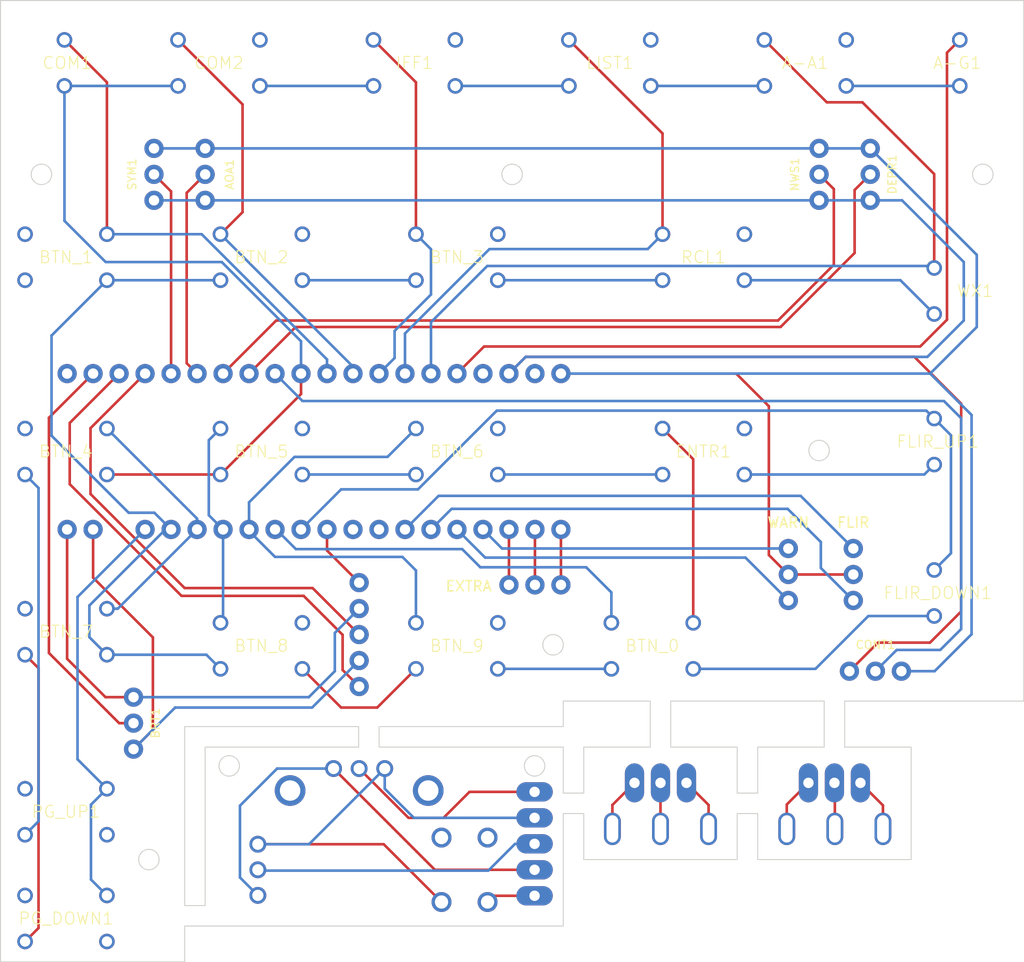
<source format=kicad_pcb>
(kicad_pcb (version 20221018) (generator pcbnew)
  (layers (0 "F.Cu" signal) (31 "B.Cu" signal) (34 "B.Paste" user) (35 "F.Paste" user) (36 "B.SilkS" user "B.Silkscreen") (37 "F.SilkS" user "F.Silkscreen") (38 "B.Mask" user) (39 "F.Mask" user) (44 "Edge.Cuts" user))
  (net 0 "")
  (net 1 "/R1")
  (net 2 "/BTN_5")
  (net 3 "/BTN_6")
  (net 4 "/BTN_1")
  (net 5 "/BTN_2")
  (net 6 "/BTN_3")
  (net 7 "/BTN_4")
  (net 8 "/GND")
  (net 9 "/DED_H")
  (net 10 "/+5V")
  (net 11 "/DED_V")
  (net 12 "/FLIR_SWITCH_UP")
  (net 13 "/FLIR_SWITCH_DOWN")
  (net 14 "/WARN_SWITCH_UP")
  (net 15 "/WARN_SWITCH_DOWN")
  (net 16 "/AOA")
  (net 17 "/BRT")
  (net 18 "/CONT")
  (net 19 "/DEPR")
  (net 20 "/NWS")
  (net 21 "/SYM")
  (net 22 "/DED_BTN")
  (net 23 "/BTN_10")
  (net 24 "/R2")
  (net 25 "/BTN_7")
  (net 28 "/BTN_8")
  (net 29 "/BTN_9")
  (net 30 "/BTN_11")
  (net 31 "/BTN_12")
  (net 32 "Net-(BLUE_PILL1-PadB12)")
  (net 33 "Net-(BLUE_PILL1-PadB13)")
  (net 34 "Net-(BLUE_PILL1-PadB14)")
  (net 37 "/DED_BTN1")
  (net 53 "Net-(A-A1-PadA2)")
  (net 54 "Net-(A-A1-PadB2)")
  (net 55 "Net-(COM2-PadB2)")
  (net 56 "Net-(IFF1-PadB2)")
  (net 57 "Net-(BTN_2-PadB2)")
  (net 58 "Net-(BTN_3-PadB2)")
  (net 59 "Net-(RCL1-PadB2)")
  (net 60 "Net-(BTN_5-PadB2)")
  (net 61 "Net-(BTN_6-PadB2)")
  (net 62 "Net-(BTN_4-PadA2)")
  (net 64 "Net-(ENTR1-PadB2)")
  (net 65 "Net-(BTN_0-PadA2)")
  (net 66 "Net-(BTN_8-PadB2)")
  (net 68 "Net-(BTN_0-PadB1)")
  (net 71 "Net-(BTN_0-PadB2)")
  (net 77 "/GND1")
  (net 78 "/DED_V1")
  (net 79 "/+5V1")
  (net 80 "/DED_H1")
  (net 81 "/+5V_0")
  (net 82 "/GND_0")
  (net 83 "Net-(BTN_7-PadA2)")
  (net 85 "Net-(FLIR_CONNECTOR1-Pad0)")
  (net 86 "Net-(FLIR_CONNECTOR1-Pad1)")
  (net 87 "Net-(FLIR_CONNECTOR1-Pad2)")
  (net 88 "Net-(WARN_CONNECTOR2-Pad0)")
  (net 89 "Net-(WARN_CONNECTOR2-Pad1)")
  (net 90 "Net-(WARN_CONNECTOR2-Pad2)")
  (footprint "0_Library:3_PIN_CONNECTOR_1" (layer "F.Cu") (at 74.5 79.5 90)
    (fp_text reference "WARN_CONNECTOR2" hide)
    (fp_text value "3_Pins_Connector" hide)
  )
  (footprint "0_Library:PUSH_BUTTON_G77" (layer "F.Cu") (at 105.252 46.1264)
    (fp_text reference "FLIR_UP1")
    (fp_text value "G77" hide)
  )
  (footprint "0_Library:PUSH_BUTTON_G77" (layer "F.Cu") (at 12.25 9.1)
    (fp_text reference "COM1")
    (fp_text value "G77" hide)
  )
  (footprint "0_Library:PUSH_BUTTON_G77" (layer "F.Cu") (at 105.25 31.402)
    (fp_text reference "WX1")
    (fp_text value "G77" hide)
  )
  (footprint "0_Library:PUSH_BUTTON_G77" (layer "F.Cu") (at 107.75 9.1)
    (fp_text reference "A-G1")
    (fp_text value "G77" hide)
  )
  (footprint "0_Library:PUSH_BUTTON_G77" (layer "F.Cu") (at 16.4 28.1)
    (fp_text reference "BTN_1")
    (fp_text value "G77" hide)
  )
  (footprint "0_Library:PUSH_BUTTON_G77" (layer "F.Cu") (at 69.55 9.1)
    (fp_text reference "LIST1")
    (fp_text value "G77" hide)
  )
  (footprint "0_Library:PUSH_BUTTON_G77" (layer "F.Cu") (at 88.65 9.1)
    (fp_text reference "A-A1")
    (fp_text value "G77" hide)
  )
  (footprint "0_Library:PUSH_BUTTON_G77" (layer "F.Cu") (at 105.252 60.9346)
    (fp_text reference "FLIR_DOWN1")
    (fp_text value "G77" hide)
  )
  (footprint "0_Library:PUSH_BUTTON_G77" (layer "F.Cu") (at 16.4 64.7192)
    (fp_text reference "BTN_7")
    (fp_text value "G77" hide)
  )
  (footprint "0_Library:PUSH_BUTTON_G77" (layer "F.Cu") (at 54.6 47.1)
    (fp_text reference "BTN_6")
    (fp_text value "G77" hide)
  )
  (footprint "0_Library:PUSH_BUTTON_G77" (layer "F.Cu") (at 16.4 92.7608)
    (fp_text reference "PG_DOWN1")
    (fp_text value "G77" hide)
  )
  (footprint "0_Library:PUSH_BUTTON_G77" (layer "F.Cu") (at 35.5 28.1)
    (fp_text reference "BTN_2")
    (fp_text value "G77" hide)
  )
  (footprint "0_Library:PUSH_BUTTON_G77" (layer "F.Cu") (at 16.4 47.1)
    (fp_text reference "BTN_4")
    (fp_text value "G77" hide)
  )
  (footprint "0_Library:PUSH_BUTTON_G77" (layer "F.Cu") (at 31.35 9.1)
    (fp_text reference "COM2")
    (fp_text value "G77" hide)
  )
  (footprint "0_Library:PUSH_BUTTON_G77" (layer "F.Cu") (at 50.45 9.1)
    (fp_text reference "IFF1")
    (fp_text value "G77" hide)
  )
  (footprint "0_Library:TOGGLE_SWITCH_SPDT_6MM" (layer "F.Cu") (at 74.5 84 90)
    (fp_text reference "WARN_SWITCH1" hide)
    (fp_text value "SPDT_6MM" hide)
  )
  (footprint "0_Library:5_PIN_CONNECTOR_1" (layer "F.Cu") (at 62.195 85.46 180)
    (fp_text reference "DED_Connector2" hide)
    (fp_text value "3_Pins_Connector" hide)
  )
  (footprint "0_Library:3_PIN_CONNECTOR_1" (layer "F.Cu") (at 91.5 79.5 -90)
    (fp_text reference "FLIR_CONNECTOR1" hide)
    (fp_text value "3_Pins_Connector" hide)
  )
  (footprint "0_Library:PUSH_BUTTON_G77" (layer "F.Cu") (at 73.7 66.1)
    (fp_text reference "BTN_0")
    (fp_text value "G77" hide)
  )
  (footprint "0_Library:PUSH_BUTTON_G77" (layer "F.Cu") (at 78.7 47.1)
    (fp_text reference "ENTR1")
    (fp_text value "G77" hide)
  )
  (footprint "0_Library:PUSH_BUTTON_G77" (layer "F.Cu") (at 35.5 47.1)
    (fp_text reference "BTN_5")
    (fp_text value "G77" hide)
  )
  (footprint "0_Library:PUSH_BUTTON_G77" (layer "F.Cu") (at 54.6 28.1)
    (fp_text reference "BTN_3")
    (fp_text value "G77" hide)
  )
  (footprint "0_Library:THUMBSTICK_XBOX360" (layer "F.Cu") (at 45.05 88 90)
    (fp_text reference "DED1" hide)
    (fp_text value "THUBMSTICK_XBOX360" hide)
  )
  (footprint "0_Library:PUSH_BUTTON_G77" (layer "F.Cu") (at 16.4 82.3214)
    (fp_text reference "PG_UP1")
    (fp_text value "G77" hide)
  )
  (footprint "0_Library:PUSH_BUTTON_G77" (layer "F.Cu") (at 78.7 28.1)
    (fp_text reference "RCL1")
    (fp_text value "G77" hide)
  )
  (footprint "0_Library:PUSH_BUTTON_G77" (layer "F.Cu") (at 54.6 66.1)
    (fp_text reference "BTN_9")
    (fp_text value "G77" hide)
  )
  (footprint "0_Library:PUSH_BUTTON_G77" (layer "F.Cu") (at 35.5 66.1)
    (fp_text reference "BTN_8")
    (fp_text value "G77" hide)
  )
  (footprint "0_Library:TOGGLE_SWITCH_SPDT_6MM" (layer "F.Cu") (at 91.54 84 -90)
    (fp_text reference "FLIR_SWITCH1" hide)
    (fp_text value "SPDT_6MM" hide)
  )
  (footprint "0_Library:3_PIN_CONNECTOR" (layer "B.Cu") (at 62.23 60.141 -90)
    (fp_text reference "EXTRA_Connector1" hide)
    (fp_text value "3_Pin_Connector" hide)
  )
  (footprint "0_Library:3_PIN_CONNECTOR" (layer "B.Cu") (at 95.504 68.58 90)
    (fp_text reference "CONT1")
    (fp_text value "POT_ROTARY_WH148" hide)
  )
  (footprint "0_Library:3_PIN_CONNECTOR" (layer "B.Cu") (at 25 20 180)
    (fp_text reference "SYM1")
    (fp_text value "POT_ROTARY_WH148" hide)
  )
  (footprint "0_Library:5_PIN_CONNECTOR" (layer "B.Cu") (at 45.05 65 180)
    (fp_text reference "DED_Connector1" hide)
    (fp_text value "3_Pins_Connector" hide)
  )
  (footprint "0_Library:3_PIN_CONNECTOR" (layer "B.Cu") (at 86.995 59.125 180)
    (fp_text reference "WARN_Connector0" hide)
    (fp_text value "3_Pin_Connector" hide)
  )
  (footprint "0_Library:3_PIN_CONNECTOR" (layer "B.Cu") (at 93.345 59.125)
    (fp_text reference "FLIR_Connector0" hide)
    (fp_text value "3_Pin_Connector" hide)
  )
  (footprint "0_Library:3_PIN_CONNECTOR" (layer "B.Cu") (at 23 73.66)
    (fp_text reference "BRT1")
    (fp_text value "POT_ROTARY_WH148" hide)
  )
  (footprint "0_Library:3_PIN_CONNECTOR" (layer "B.Cu") (at 30 20 180)
    (fp_text reference "AOA1")
    (fp_text value "POT_ROTARY_WH148" hide)
  )
  (footprint "0_Library:3_PIN_CONNECTOR" (layer "B.Cu") (at 95 20 180)
    (fp_text reference "DEPR1")
    (fp_text value "POT_ROTARY_WH148" hide)
  )
  (footprint "0_Library:3_PIN_CONNECTOR" (layer "B.Cu") (at 90 20 180)
    (fp_text reference "NWS1")
    (fp_text value "POT_ROTARY_WH148" hide)
  )
  (footprint "0_Library:STM32F103C8T6_BLUE_PILL" (layer "B.Cu") (at 40.64 47.1 90)
    (fp_text reference "BLUE_PILL1" hide)
    (fp_text value "STM32F103C8T6" hide)
  )
  (gr_line (start 30 76) (end 45 76) (stroke (width 0.1)) (layer "Edge.Cuts"))
  (gr_line locked (start 28 93.5) (end 65 93.5) (stroke (width 0.1)) (layer "Edge.Cuts"))
  (gr_circle locked (center 14 20) (end 15 20) (stroke (width 0.1)) (fill none) (layer "Edge.Cuts"))
  (gr_circle locked (center 106 20) (end 107 20) (stroke (width 0.1)) (fill none) (layer "Edge.Cuts"))
  (gr_line (start 75.5 71.5) (end 90.5 71.5) (stroke (width 0.1)) (layer "Edge.Cuts"))
  (gr_circle locked (center 64 66) (end 65 66) (stroke (width 0.1)) (fill none) (layer "Edge.Cuts"))
  (gr_circle locked (center 60 20) (end 61 20) (stroke (width 0.1)) (fill none) (layer "Edge.Cuts"))
  (gr_line locked (start 10 97) (end 28 97) (stroke (width 0.1)) (layer "Edge.Cuts"))
  (gr_line (start 84 80.5) (end 82 80.5) (stroke (width 0.1)) (layer "Edge.Cuts"))
  (gr_line locked (start 67 87) (end 67 82.5) (stroke (width 0.1)) (layer "Edge.Cuts"))
  (gr_line (start 65 74) (end 65 71.5) (stroke (width 0.1)) (layer "Edge.Cuts"))
  (gr_line (start 65 76) (end 65 80.5) (stroke (width 0.1)) (layer "Edge.Cuts"))
  (gr_circle locked (center 32.35 77.84) (end 32.35 78.84) (stroke (width 0.1)) (fill none) (layer "Edge.Cuts"))
  (gr_line (start 75.5 76) (end 75.5 71.5) (stroke (width 0.1)) (layer "Edge.Cuts"))
  (gr_line locked (start 84 82.5) (end 84 87) (stroke (width 0.1)) (layer "Edge.Cuts"))
  (gr_line (start 47 74) (end 65 74) (stroke (width 0.1)) (layer "Edge.Cuts"))
  (gr_line (start 73.5 76) (end 73.5 71.5) (stroke (width 0.1)) (layer "Edge.Cuts"))
  (gr_line (start 45 76) (end 45 74) (stroke (width 0.1)) (layer "Edge.Cuts"))
  (gr_line locked (start 99 87) (end 99 76) (stroke (width 0.1)) (layer "Edge.Cuts"))
  (gr_circle locked (center 62.195 77.84) (end 62.195 78.84) (stroke (width 0.1)) (fill none) (layer "Edge.Cuts"))
  (gr_line locked (start 99 76) (end 92.5 76) (stroke (width 0.1)) (layer "Edge.Cuts"))
  (gr_line locked (start 92.5 71.5) (end 92.5 76) (stroke (width 0.1)) (layer "Edge.Cuts"))
  (gr_line (start 28 91.5) (end 30 91.5) (stroke (width 0.1)) (layer "Edge.Cuts"))
  (gr_line (start 82 76) (end 82 80.5) (stroke (width 0.1)) (layer "Edge.Cuts"))
  (gr_line locked (start 82 82.5) (end 84 82.5) (stroke (width 0.1)) (layer "Edge.Cuts"))
  (gr_line (start 90.5 76) (end 84 76) (stroke (width 0.1)) (layer "Edge.Cuts"))
  (gr_line locked (start 10 3) (end 110 3) (stroke (width 0.1)) (layer "Edge.Cuts"))
  (gr_line (start 47 74) (end 47 76) (stroke (width 0.1)) (layer "Edge.Cuts"))
  (gr_line locked (start 10 97) (end 10 3) (stroke (width 0.1)) (layer "Edge.Cuts"))
  (gr_line locked (start 84 87) (end 99 87) (stroke (width 0.1)) (layer "Edge.Cuts"))
  (gr_line locked (start 92.5 71.5) (end 110 71.5) (stroke (width 0.1)) (layer "Edge.Cuts"))
  (gr_line (start 67 80.5) (end 65 80.5) (stroke (width 0.1)) (layer "Edge.Cuts"))
  (gr_line locked (start 67 82.5) (end 65 82.5) (stroke (width 0.1)) (layer "Edge.Cuts"))
  (gr_line locked (start 110 3) (end 110 71.5) (stroke (width 0.1)) (layer "Edge.Cuts"))
  (gr_line (start 47 76) (end 65 76) (stroke (width 0.1)) (layer "Edge.Cuts"))
  (gr_circle locked (center 24.5 87) (end 25.5 87) (stroke (width 0.1)) (fill none) (layer "Edge.Cuts"))
  (gr_line (start 67 76) (end 67 80.5) (stroke (width 0.1)) (layer "Edge.Cuts"))
  (gr_line (start 30 76) (end 30 91.5) (stroke (width 0.1)) (layer "Edge.Cuts"))
  (gr_line (start 67 76) (end 73.5 76) (stroke (width 0.1)) (layer "Edge.Cuts"))
  (gr_line locked (start 65 82.5) (end 65 93.5) (stroke (width 0.1)) (layer "Edge.Cuts"))
  (gr_circle locked (center 90 47) (end 91 47) (stroke (width 0.1)) (fill none) (layer "Edge.Cuts"))
  (gr_line locked (start 28 93.5) (end 28 97) (stroke (width 0.1)) (layer "Edge.Cuts"))
  (gr_line (start 84 76) (end 84 80.5) (stroke (width 0.1)) (layer "Edge.Cuts"))
  (gr_line (start 73.5 71.5) (end 65 71.5) (stroke (width 0.1)) (layer "Edge.Cuts"))
  (gr_line (start 90.5 71.5) (end 90.5 76) (stroke (width 0.1)) (layer "Edge.Cuts"))
  (gr_line locked (start 67 87) (end 82 87) (stroke (width 0.1)) (layer "Edge.Cuts"))
  (gr_line (start 28 74) (end 28 91.5) (stroke (width 0.1)) (layer "Edge.Cuts"))
  (gr_line (start 82 76) (end 75.5 76) (stroke (width 0.1)) (layer "Edge.Cuts"))
  (gr_line (start 28 74) (end 45 74) (stroke (width 0.1)) (layer "Edge.Cuts"))
  (gr_line locked (start 82 87) (end 82 82.5) (stroke (width 0.1)) (layer "Edge.Cuts"))
  (gr_text "FLIR" (at 93.345 54.045) (layer "F.SilkS") (effects (font (size 1 1))))
  (gr_text "EXTRA" (at 55.753 60.268) (layer "F.SilkS") (effects (font (size 1 1))))
  (gr_text "WARN" (at 86.995 54.045) (layer "F.SilkS") (effects (font (size 1 1))))
  (segment (start 31.5 49.35) (end 20.4 49.35) (width 0.254) (layer "F.Cu") (net 1))
  (segment (start 39.37 39.48) (end 39.37 41.48) (width 0.254) (layer "F.Cu") (net 1))
  (segment (start 39.37 41.48) (end 31.5 49.35) (width 0.254) (layer "F.Cu") (net 1))
  (segment (start 39.37 36.322) (end 39.37 39.48) (width 0.254) (layer "B.Cu") (net 1))
  (segment (start 16.25 24.545724) (end 20.279276 28.575) (width 0.254) (layer "B.Cu") (net 1))
  (segment (start 16.25 11.35) (end 27.35 11.35) (width 0.254) (layer "B.Cu") (net 1))
  (segment (start 20.279276 28.575) (end 31.623 28.575) (width 0.254) (layer "B.Cu") (net 1))
  (segment (start 16.25 11.35) (end 16.25 24.545724) (width 0.254) (layer "B.Cu") (net 1))
  (segment (start 31.623 28.575) (end 39.37 36.322) (width 0.254) (layer "B.Cu") (net 1))
  (segment (start 84.65 6.85) (end 90.754 12.954) (width 0.254) (layer "F.Cu") (net 2))
  (segment (start 101.25 19.97) (end 101.25 29.152) (width 0.254) (layer "F.Cu") (net 2))
  (segment (start 94.234 12.954) (end 101.25 19.97) (width 0.254) (layer "F.Cu") (net 2))
  (segment (start 90.754 12.954) (end 94.234 12.954) (width 0.254) (layer "F.Cu") (net 2))
  (segment (start 57.573276 28.956) (end 101.054 28.956) (width 0.254) (layer "B.Cu") (net 2))
  (segment (start 52.07 39.48) (end 52.07 34.459276) (width 0.254) (layer "B.Cu") (net 2))
  (segment (start 52.07 34.459276) (end 57.573276 28.956) (width 0.254) (layer "B.Cu") (net 2))
  (segment (start 101.054 28.956) (end 101.25 29.152) (width 0.254) (layer "B.Cu") (net 2))
  (segment (start 54.61 39.48) (end 57.26 36.83) (width 0.254) (layer "F.Cu") (net 3))
  (segment (start 57.26 36.83) (end 99.882224 36.83) (width 0.254) (layer "F.Cu") (net 3))
  (segment (start 102.5 34.212224) (end 102.5 8.1) (width 0.254) (layer "F.Cu") (net 3))
  (segment (start 102.5 8.1) (end 103.75 6.85) (width 0.254) (layer "F.Cu") (net 3))
  (segment (start 99.882224 36.83) (end 102.5 34.212224) (width 0.254) (layer "F.Cu") (net 3))
  (segment (start 20.4 25.85) (end 20.4 11) (width 0.254) (layer "F.Cu") (net 4))
  (segment (start 20.4 11) (end 16.25 6.85) (width 0.254) (layer "F.Cu") (net 4))
  (segment (start 41.91 38.1) (end 41.91 39.48) (width 0.254) (layer "B.Cu") (net 4))
  (segment (start 20.4 25.85) (end 29.66 25.85) (width 0.254) (layer "B.Cu") (net 4))
  (segment (start 29.66 25.85) (end 41.91 38.1) (width 0.254) (layer "B.Cu") (net 4))
  (segment (start 33.655 23.695) (end 31.5 25.85) (width 0.254) (layer "F.Cu") (net 5))
  (segment (start 33.655 13.155) (end 33.655 23.695) (width 0.254) (layer "F.Cu") (net 5))
  (segment (start 27.35 6.85) (end 33.655 13.155) (width 0.254) (layer "F.Cu") (net 5))
  (segment (start 31.5 25.85) (end 44.45 38.8) (width 0.254) (layer "B.Cu") (net 5))
  (segment (start 44.45 38.8) (end 44.45 39.48) (width 0.254) (layer "B.Cu") (net 5))
  (segment (start 46.45 6.85) (end 50.6 11) (width 0.254) (layer "F.Cu") (net 6))
  (segment (start 50.6 11) (end 50.6 25.85) (width 0.254) (layer "F.Cu") (net 6))
  (segment (start 52.07 31.75) (end 52.07 27.32) (width 0.254) (layer "B.Cu") (net 6))
  (segment (start 46.99 39.48) (end 48.514 37.956) (width 0.254) (layer "B.Cu") (net 6))
  (segment (start 48.514 37.956) (end 48.514 35.306) (width 0.254) (layer "B.Cu") (net 6))
  (segment (start 48.514 35.306) (end 52.07 31.75) (width 0.254) (layer "B.Cu") (net 6))
  (segment (start 52.07 27.32) (end 50.6 25.85) (width 0.254) (layer "B.Cu") (net 6))
  (segment (start 74.7 16) (end 74.7 25.85) (width 0.254) (layer "F.Cu") (net 7))
  (segment (start 65.55 6.85) (end 74.7 16) (width 0.254) (layer "F.Cu") (net 7))
  (segment (start 73.245 27.305) (end 74.7 25.85) (width 0.254) (layer "B.Cu") (net 7))
  (segment (start 49.53 39.48) (end 49.53 35.56) (width 0.254) (layer "B.Cu") (net 7))
  (segment (start 57.785 27.305) (end 73.245 27.305) (width 0.254) (layer "B.Cu") (net 7))
  (segment (start 49.53 35.56) (end 57.785 27.305) (width 0.254) (layer "B.Cu") (net 7))
  (segment (start 85.09 42.672) (end 81.898 39.48) (width 0.254) (layer "F.Cu") (net 8))
  (segment (start 86.995 59.125) (end 93.345 59.125) (width 0.254) (layer "F.Cu") (net 8))
  (segment (start 85.09 57.22) (end 85.09 42.672) (width 0.254) (layer "F.Cu") (net 8))
  (segment (start 86.995 59.125) (end 85.09 57.22) (width 0.254) (layer "F.Cu") (net 8))
  (segment (start 81.898 39.48) (end 64.77 39.48) (width 0.254) (layer "F.Cu") (net 8))
  (segment (start 104.902 43.527) (end 100.855 39.48) (width 0.254) (layer "B.Cu") (net 8))
  (segment (start 105.41 27.87) (end 105.41 34.925) (width 0.254) (layer "B.Cu") (net 8))
  (segment (start 101.288 68.58) (end 104.902 64.966) (width 0.254) (layer "B.Cu") (net 8))
  (segment (start 104.902 64.966) (end 104.902 43.527) (width 0.254) (layer "B.Cu") (net 8))
  (segment (start 90 17.46) (end 95 17.46) (width 0.254) (layer "B.Cu") (net 8))
  (segment (start 64.77 39.48) (end 100.855 39.48) (width 0.254) (layer "B.Cu") (net 8))
  (segment (start 25 17.46) (end 30 17.46) (width 0.254) (layer "B.Cu") (net 8))
  (segment (start 98.044 68.58) (end 101.288 68.58) (width 0.254) (layer "B.Cu") (net 8))
  (segment (start 30 17.46) (end 90 17.46) (width 0.254) (layer "B.Cu") (net 8))
  (segment (start 105.41 34.925) (end 100.855 39.48) (width 0.254) (layer "B.Cu") (net 8))
  (segment (start 95 17.46) (end 105.41 27.87) (width 0.254) (layer "B.Cu") (net 8))
  (segment (start 18.796 44.814) (end 24.13 39.48) (width 0.254) (layer "F.Cu") (net 9))
  (segment (start 27.994106 60.452) (end 18.796 51.253894) (width 0.254) (layer "F.Cu") (net 9))
  (segment (start 45.05 65) (end 40.502 60.452) (width 0.254) (layer "F.Cu") (net 9))
  (segment (start 18.796 51.253894) (end 18.796 44.814) (width 0.254) (layer "F.Cu") (net 9))
  (segment (start 40.502 60.452) (end 27.994106 60.452) (width 0.254) (layer "F.Cu") (net 9))
  (segment (start 95.758 65.786) (end 100.838 65.786) (width 0.254) (layer "F.Cu") (net 10))
  (segment (start 99.314 37.846) (end 61.324 37.846) (width 0.254) (layer "F.Cu") (net 10))
  (segment (start 92.964 68.58) (end 95.758 65.786) (width 0.254) (layer "F.Cu") (net 10))
  (segment (start 61.324 37.846) (end 59.69 39.48) (width 0.254) (layer "F.Cu") (net 10))
  (segment (start 103.886 62.738) (end 103.886 42.418) (width 0.254) (layer "F.Cu") (net 10))
  (segment (start 103.886 42.418) (end 99.314 37.846) (width 0.254) (layer "F.Cu") (net 10))
  (segment (start 100.838 65.786) (end 103.886 62.738) (width 0.254) (layer "F.Cu") (net 10))
  (segment (start 104.14 34.29) (end 104.14 28.575) (width 0.254) (layer "B.Cu") (net 10))
  (segment (start 90 22.54) (end 95 22.54) (width 0.254) (layer "B.Cu") (net 10))
  (segment (start 100.584 37.846) (end 104.14 34.29) (width 0.254) (layer "B.Cu") (net 10))
  (segment (start 98.105 22.54) (end 95 22.54) (width 0.254) (layer "B.Cu") (net 10))
  (segment (start 104.14 28.575) (end 98.105 22.54) (width 0.254) (layer "B.Cu") (net 10))
  (segment (start 61.324 37.846) (end 100.584 37.846) (width 0.254) (layer "B.Cu") (net 10))
  (segment (start 30 22.54) (end 90 22.54) (width 0.254) (layer "B.Cu") (net 10))
  (segment (start 59.69 39.48) (end 61.324 37.846) (width 0.254) (layer "B.Cu") (net 10))
  (segment (start 25 22.54) (end 30 22.54) (width 0.254) (layer "B.Cu") (net 10))
  (segment (start 27.686 61.214) (end 16.764 50.292) (width 0.254) (layer "F.Cu") (net 11))
  (segment (start 43.434 65.024) (end 39.624 61.214) (width 0.254) (layer "F.Cu") (net 11))
  (segment (start 45.05 70.08) (end 43.434 68.464) (width 0.254) (layer "F.Cu") (net 11))
  (segment (start 43.434 68.464) (end 43.434 65.024) (width 0.254) (layer "F.Cu") (net 11))
  (segment (start 39.624 61.214) (end 27.686 61.214) (width 0.254) (layer "F.Cu") (net 11))
  (segment (start 16.764 50.292) (end 16.764 44.306) (width 0.254) (layer "F.Cu") (net 11))
  (segment (start 16.764 44.306) (end 21.59 39.48) (width 0.254) (layer "F.Cu") (net 11))
  (segment (start 86.925 52.705) (end 54.085 52.705) (width 0.254) (layer "B.Cu") (net 12))
  (segment (start 90.17 58.49) (end 90.17 55.95) (width 0.254) (layer "B.Cu") (net 12))
  (segment (start 93.345 61.665) (end 90.17 58.49) (width 0.254) (layer "B.Cu") (net 12))
  (segment (start 54.085 52.705) (end 52.07 54.72) (width 0.254) (layer "B.Cu") (net 12))
  (segment (start 90.17 55.95) (end 86.925 52.705) (width 0.254) (layer "B.Cu") (net 12))
  (segment (start 52.815 51.435) (end 49.53 54.72) (width 0.254) (layer "B.Cu") (net 13))
  (segment (start 88.195 51.435) (end 52.815 51.435) (width 0.254) (layer "B.Cu") (net 13))
  (segment (start 93.345 56.585) (end 88.195 51.435) (width 0.254) (layer "B.Cu") (net 13))
  (segment (start 59.015 56.585) (end 57.15 54.72) (width 0.254) (layer "B.Cu") (net 14))
  (segment (start 86.995 56.585) (end 59.015 56.585) (width 0.254) (layer "B.Cu") (net 14))
  (segment (start 86.995 61.665) (end 82.804 57.474) (width 0.254) (layer "B.Cu") (net 15))
  (segment (start 57.364 57.474) (end 54.61 54.72) (width 0.254) (layer "B.Cu") (net 15))
  (segment (start 82.804 57.474) (end 57.364 57.474) (width 0.254) (layer "B.Cu") (net 15))
  (segment (start 28.194 21.806) (end 28.194 38.464) (width 0.254) (layer "F.Cu") (net 16))
  (segment (start 28.194 38.464) (end 29.21 39.48) (width 0.254) (layer "F.Cu") (net 16))
  (segment (start 30 20) (end 28.194 21.806) (width 0.254) (layer "F.Cu") (net 16))
  (segment (start 21.59 73.66) (end 23 73.66) (width 0.254) (layer "F.Cu") (net 17))
  (segment (start 19.05 39.48) (end 14.732 43.798) (width 0.254) (layer "F.Cu") (net 17))
  (segment (start 14.732 43.798) (end 14.732 66.802) (width 0.254) (layer "F.Cu") (net 17))
  (segment (start 14.732 66.802) (end 21.59 73.66) (width 0.254) (layer "F.Cu") (net 17))
  (segment (start 101.844 66.5) (end 103.886 64.458) (width 0.254) (layer "B.Cu") (net 18))
  (segment (start 97.584 66.5) (end 101.844 66.5) (width 0.254) (layer "B.Cu") (net 18))
  (segment (start 102.202 42.164) (end 39.514 42.164) (width 0.254) (layer "B.Cu") (net 18))
  (segment (start 95.504 68.58) (end 97.584 66.5) (width 0.254) (layer "B.Cu") (net 18))
  (segment (start 39.514 42.164) (end 36.83 39.48) (width 0.254) (layer "B.Cu") (net 18))
  (segment (start 103.886 64.458) (end 103.886 43.848) (width 0.254) (layer "B.Cu") (net 18))
  (segment (start 103.886 43.848) (end 102.202 42.164) (width 0.254) (layer "B.Cu") (net 18))
  (segment (start 93.472 21.528) (end 95 20) (width 0.254) (layer "F.Cu") (net 19))
  (segment (start 93.472 27.686) (end 93.472 21.528) (width 0.254) (layer "F.Cu") (net 19))
  (segment (start 34.29 39.48) (end 38.845 34.925) (width 0.254) (layer "F.Cu") (net 19))
  (segment (start 38.845 34.925) (end 86.233 34.925) (width 0.254) (layer "F.Cu") (net 19))
  (segment (start 86.233 34.925) (end 93.472 27.686) (width 0.254) (layer "F.Cu") (net 19))
  (segment (start 85.9868 34.29) (end 91.44 28.8368) (width 0.254) (layer "F.Cu") (net 20))
  (segment (start 31.75 39.48) (end 36.94 34.29) (width 0.254) (layer "F.Cu") (net 20))
  (segment (start 36.94 34.29) (end 85.9868 34.29) (width 0.254) (layer "F.Cu") (net 20))
  (segment (start 91.44 28.8368) (end 91.44 21.44) (width 0.254) (layer "F.Cu") (net 20))
  (segment (start 91.44 21.44) (end 90 20) (width 0.254) (layer "F.Cu") (net 20))
  (segment (start 26.67 21.67) (end 26.67 39.48) (width 0.254) (layer "F.Cu") (net 21))
  (segment (start 25 20) (end 26.67 21.67) (width 0.254) (layer "F.Cu") (net 21))
  (segment (start 41.91 56.78) (end 45.05 59.92) (width 0.254) (layer "F.Cu") (net 22))
  (segment (start 41.91 54.72) (end 41.91 56.78) (width 0.254) (layer "F.Cu") (net 22))
  (segment (start 69.7 60.88) (end 69.7 63.85) (width 0.254) (layer "B.Cu") (net 23))
  (segment (start 56.896 58.42) (end 67.24 58.42) (width 0.254) (layer "B.Cu") (net 23))
  (segment (start 36.83 54.72) (end 36.94 54.72) (width 0.254) (layer "B.Cu") (net 23))
  (segment (start 67.24 58.42) (end 69.7 60.88) (width 0.254) (layer "B.Cu") (net 23))
  (segment (start 38.862 56.642) (end 55.118 56.642) (width 0.254) (layer "B.Cu") (net 23))
  (segment (start 36.94 54.72) (end 38.862 56.642) (width 0.254) (layer "B.Cu") (net 23))
  (segment (start 55.118 56.642) (end 56.896 58.42) (width 0.254) (layer "B.Cu") (net 23))
  (segment (start 25.036 53.086) (end 22.519553 53.086) (width 0.254) (layer "B.Cu") (net 24))
  (segment (start 26.67 54.72) (end 25.036 53.086) (width 0.254) (layer "B.Cu") (net 24))
  (segment (start 20.4 66.9692) (end 30.1192 66.9692) (width 0.254) (layer "B.Cu") (net 24))
  (segment (start 18.687 65.2562) (end 20.4 66.9692) (width 0.254) (layer "B.Cu") (net 24))
  (segment (start 20.4 30.35) (end 31.5 30.35) (width 0.254) (layer "B.Cu") (net 24))
  (segment (start 14.986 35.764) (end 20.4 30.35) (width 0.254) (layer "B.Cu") (net 24))
  (segment (start 26.67 54.72) (end 26.248 54.72) (width 0.254) (layer "B.Cu") (net 24))
  (segment (start 18.687 62.154) (end 18.687 65.2562) (width 0.254) (layer "B.Cu") (net 24))
  (segment (start 26.67 54.72) (end 26.121 54.72) (width 0.254) (layer "B.Cu") (net 24))
  (segment (start 14.986 45.552447) (end 14.986 35.764) (width 0.254) (layer "B.Cu") (net 24))
  (segment (start 22.519553 53.086) (end 14.986 45.552447) (width 0.254) (layer "B.Cu") (net 24))
  (segment (start 30.1192 66.9692) (end 31.5 68.35) (width 0.254) (layer "B.Cu") (net 24))
  (segment (start 26.121 54.72) (end 18.687 62.154) (width 0.254) (layer "B.Cu") (net 24))
  (segment (start 20.4 44.85) (end 29.21 53.66) (width 0.254) (layer "B.Cu") (net 25))
  (segment (start 29.21 55.04) (end 29.21 54.72) (width 0.254) (layer "B.Cu") (net 25))
  (segment (start 29.21 53.66) (end 29.21 54.72) (width 0.254) (layer "B.Cu") (net 25))
  (segment (start 20.4 62.4692) (end 21.4608 62.4692) (width 0.254) (layer "B.Cu") (net 25))
  (segment (start 21.4608 62.4692) (end 29.21 54.72) (width 0.254) (layer "B.Cu") (net 25))
  (segment (start 31.75 54.72) (end 31.75 63.6) (width 0.254) (layer "B.Cu") (net 28))
  (segment (start 30.357 53.327) (end 31.75 54.72) (width 0.254) (layer "B.Cu") (net 28))
  (segment (start 31.5 44.85) (end 30.357 45.993) (width 0.254) (layer "B.Cu") (net 28))
  (segment (start 31.75 63.6) (end 31.5 63.85) (width 0.254) (layer "B.Cu") (net 28))
  (segment (start 30.357 45.993) (end 30.357 53.327) (width 0.254) (layer "B.Cu") (net 28))
  (segment (start 34.29 54.864) (end 36.83 57.404) (width 0.254) (layer "B.Cu") (net 29))
  (segment (start 36.83 57.404) (end 49.276 57.404) (width 0.254) (layer "B.Cu") (net 29))
  (segment (start 50.6 44.85) (end 47.825 47.625) (width 0.254) (layer "B.Cu") (net 29))
  (segment (start 50.6 58.728) (end 50.6 63.85) (width 0.254) (layer "B.Cu") (net 29))
  (segment (start 47.825 47.625) (end 38.735 47.625) (width 0.254) (layer "B.Cu") (net 29))
  (segment (start 34.29 52.07) (end 38.735 47.625) (width 0.254) (layer "B.Cu") (net 29))
  (segment (start 34.29 54.72) (end 34.29 52.07) (width 0.254) (layer "B.Cu") (net 29))
  (segment (start 34.29 54.72) (end 34.29 54.864) (width 0.254) (layer "B.Cu") (net 29))
  (segment (start 49.276 57.404) (end 50.6 58.728) (width 0.254) (layer "B.Cu") (net 29))
  (segment (start 50.8 50.8) (end 43.29 50.8) (width 0.254) (layer "B.Cu") (net 30))
  (segment (start 43.29 50.8) (end 39.37 54.72) (width 0.254) (layer "B.Cu") (net 30))
  (segment (start 102.888 45.5124) (end 102.888 57.0486) (width 0.254) (layer "B.Cu") (net 30))
  (segment (start 58.496 43.104) (end 50.8 50.8) (width 0.254) (layer "B.Cu") (net 30))
  (segment (start 102.888 57.0486) (end 101.252 58.6846) (width 0.254) (layer "B.Cu") (net 30))
  (segment (start 101.252 43.8764) (end 102.888 45.5124) (width 0.254) (layer "B.Cu") (net 30))
  (segment (start 100.4796 43.104) (end 58.496 43.104) (width 0.254) (layer "B.Cu") (net 30))
  (segment (start 101.252 43.8764) (end 100.4796 43.104) (width 0.254) (layer "B.Cu") (net 30))
  (segment (start 17.526 77.1974) (end 17.526 61.324) (width 0.254) (layer "B.Cu") (net 31))
  (segment (start 20.4 80.0714) (end 18.8402 81.6312) (width 0.254) (layer "B.Cu") (net 31))
  (segment (start 17.526 61.324) (end 24.13 54.72) (width 0.254) (layer "B.Cu") (net 31))
  (segment (start 20.4 80.0714) (end 17.526 77.1974) (width 0.254) (layer "B.Cu") (net 31))
  (segment (start 20.4 90.5108) (end 18.8402 88.951) (width 0.254) (layer "B.Cu") (net 31))
  (segment (start 18.8402 81.6312) (end 18.8402 88.951) (width 0.254) (layer "B.Cu") (net 31))
  (segment (start 64.77 54.72) (end 64.77 60.141) (width 0.254) (layer "F.Cu") (net 32))
  (segment (start 62.23 54.72) (end 62.23 60.141) (width 0.254) (layer "F.Cu") (net 33))
  (segment (start 59.69 54.72) (end 59.69 60.141) (width 0.254) (layer "F.Cu") (net 34))
  (segment (start 58.21 90.54) (end 57.6 91.15) (width 0.254) (layer "F.Cu") (net 37))
  (segment (start 62.195 90.54) (end 58.21 90.54) (width 0.254) (layer "F.Cu") (net 37))
  (segment (start 73.55 11.35) (end 84.65 11.35) (width 0.254) (layer "B.Cu") (net 53))
  (segment (start 92.65 11.35) (end 103.75 11.35) (width 0.254) (layer "B.Cu") (net 54))
  (segment (start 35.35 11.35) (end 46.45 11.35) (width 0.254) (layer "B.Cu") (net 55))
  (segment (start 54.45 11.35) (end 65.55 11.35) (width 0.254) (layer "B.Cu") (net 56))
  (segment (start 39.5 30.35) (end 50.6 30.35) (width 0.254) (layer "B.Cu") (net 57))
  (segment (start 58.6 30.35) (end 74.7 30.35) (width 0.254) (layer "B.Cu") (net 58))
  (segment (start 82.7 30.35) (end 97.948 30.35) (width 0.254) (layer "B.Cu") (net 59))
  (segment (start 97.948 30.35) (end 101.25 33.652) (width 0.254) (layer "B.Cu") (net 59))
  (segment (start 39.5 49.35) (end 50.6 49.35) (width 0.254) (layer "B.Cu") (net 60))
  (segment (start 58.6 49.35) (end 74.7 49.35) (width 0.254) (layer "B.Cu") (net 61))
  (segment (start 13.716 50.666) (end 12.4 49.35) (width 0.254) (layer "B.Cu") (net 62))
  (segment (start 13.716 83.2554) (end 13.716 50.666) (width 0.254) (layer "B.Cu") (net 62))
  (segment (start 12.4 84.5714) (end 13.716 83.2554) (width 0.254) (layer "B.Cu") (net 62))
  (segment (start 100.2784 49.35) (end 82.7 49.35) (width 0.254) (layer "B.Cu") (net 64))
  (segment (start 101.252 48.3764) (end 100.2784 49.35) (width 0.254) (layer "B.Cu") (net 64))
  (segment (start 58.6 68.35) (end 69.7 68.35) (width 0.254) (layer "B.Cu") (net 65))
  (segment (start 46.814 72.136) (end 50.6 68.35) (width 0.254) (layer "F.Cu") (net 66))
  (segment (start 43.286 72.136) (end 46.814 72.136) (width 0.254) (layer "F.Cu") (net 66))
  (segment (start 39.5 68.35) (end 43.286 72.136) (width 0.254) (layer "F.Cu") (net 66))
  (segment (start 77.7 47.85) (end 77.7 63.85) (width 0.254) (layer "F.Cu") (net 68))
  (segment (start 74.7 44.85) (end 77.7 47.85) (width 0.254) (layer "F.Cu") (net 68))
  (segment (start 89.65 68.35) (end 77.7 68.35) (width 0.254) (layer "B.Cu") (net 71))
  (segment (start 94.8154 63.1846) (end 89.65 68.35) (width 0.254) (layer "B.Cu") (net 71))
  (segment (start 101.252 63.1846) (end 94.8154 63.1846) (width 0.254) (layer "B.Cu") (net 71))
  (segment (start 47.45 85.5) (end 35.15 85.5) (width 0.254) (layer "F.Cu") (net 77))
  (segment (start 53.1 91.15) (end 47.45 85.5) (width 0.254) (layer "F.Cu") (net 77))
  (segment (start 62.195 82.92) (end 61.56 82.92) (width 0.254) (layer "B.Cu") (net 77))
  (segment (start 40.15 85.5) (end 47.55 78.1) (width 0.254) (layer "B.Cu") (net 77))
  (segment (start 53.33 91.15) (end 53.1 91.15) (width 0.254) (layer "B.Cu") (net 77))
  (segment (start 62.195 82.92) (end 50.398319 82.92) (width 0.254) (layer "B.Cu") (net 77))
  (segment (start 50.398319 82.92) (end 47.55 80.071681) (width 0.254) (layer "B.Cu") (net 77))
  (segment (start 47.55 80.071681) (end 47.55 78.1) (width 0.254) (layer "B.Cu") (net 77))
  (segment (start 35.15 85.5) (end 40.15 85.5) (width 0.254) (layer "B.Cu") (net 77))
  (segment (start 62.195 80.38) (end 55.834 80.38) (width 0.254) (layer "F.Cu") (net 78))
  (segment (start 55.834 80.38) (end 53.294 82.92) (width 0.254) (layer "F.Cu") (net 78))
  (segment (start 53.294 82.92) (end 49.87 82.92) (width 0.254) (layer "F.Cu") (net 78))
  (segment (start 49.87 82.92) (end 45.05 78.1) (width 0.254) (layer "F.Cu") (net 78))
  (segment (start 62.195 88) (end 52.45 88) (width 0.254) (layer "F.Cu") (net 79))
  (segment (start 52.45 88) (end 42.55 78.1) (width 0.254) (layer "F.Cu") (net 79))
  (segment (start 33.401 81.731) (end 33.401 88.751) (width 0.254) (layer "B.Cu") (net 79))
  (segment (start 33.401 88.751) (end 35.15 90.5) (width 0.254) (layer "B.Cu") (net 79))
  (segment (start 37.032 78.1) (end 33.401 81.731) (width 0.254) (layer "B.Cu") (net 79))
  (segment (start 42.55 78.1) (end 37.032 78.1) (width 0.254) (layer "B.Cu") (net 79))
  (segment (start 57.669 88.081) (end 60.29 85.46) (width 0.254) (layer "B.Cu") (net 80))
  (segment (start 60.29 85.46) (end 62.195 85.46) (width 0.254) (layer "B.Cu") (net 80))
  (segment (start 35.15 88) (end 35.231 88.081) (width 0.254) (layer "B.Cu") (net 80))
  (segment (start 35.231 88.081) (end 57.669 88.081) (width 0.254) (layer "B.Cu") (net 80))
  (segment (start 20.260923 71.12) (end 23 71.12) (width 0.254) (layer "F.Cu") (net 81))
  (segment (start 16.51 67.369077) (end 20.260923 71.12) (width 0.254) (layer "F.Cu") (net 81))
  (segment (start 16.51 54.72) (end 16.51 67.369077) (width 0.254) (layer "F.Cu") (net 81))
  (segment (start 42.672 68.58) (end 42.672 64.838) (width 0.254) (layer "B.Cu") (net 81))
  (segment (start 40.132 71.12) (end 42.672 68.58) (width 0.254) (layer "B.Cu") (net 81))
  (segment (start 42.672 64.838) (end 45.05 62.46) (width 0.254) (layer "B.Cu") (net 81))
  (segment (start 23 71.12) (end 40.132 71.12) (width 0.254) (layer "B.Cu") (net 81))
  (segment (start 24.892 74.308) (end 23 76.2) (width 0.254) (layer "F.Cu") (net 82))
  (segment (start 24.892 65.278) (end 24.892 74.308) (width 0.254) (layer "F.Cu") (net 82))
  (segment (start 19.05 54.72) (end 19.05 59.436) (width 0.254) (layer "F.Cu") (net 82))
  (segment (start 19.05 59.436) (end 24.892 65.278) (width 0.254) (layer "F.Cu") (net 82))
  (segment (start 27.064 72.136) (end 40.454 72.136) (width 0.254) (layer "B.Cu") (net 82))
  (segment (start 23 76.2) (end 27.064 72.136) (width 0.254) (layer "B.Cu") (net 82))
  (segment (start 40.454 72.136) (end 45.05 67.54) (width 0.254) (layer "B.Cu") (net 82))
  (segment (start 12.4 66.9692) (end 13.716 68.2852) (width 0.254) (layer "F.Cu") (net 83))
  (segment (start 12.4 95.0108) (end 13.716 93.6948) (width 0.254) (layer "F.Cu") (net 83))
  (segment (start 13.716 68.2852) (end 13.716 93.6948) (width 0.254) (layer "F.Cu") (net 83))
  (segment locked (start 96.24 84) (end 96.24 81.7) (width 0.254) (layer "F.Cu") (net 85))
  (segment locked (start 96.24 81.7) (end 94.04 79.5) (width 0.254) (layer "F.Cu") (net 85))
  (segment locked (start 91.54 79.54) (end 91.5 79.5) (width 0.254) (layer "F.Cu") (net 86))
  (segment locked (start 91.54 84) (end 91.54 79.54) (width 0.254) (layer "F.Cu") (net 86))
  (segment locked (start 86.84 84) (end 86.84 81.62) (width 0.254) (layer "F.Cu") (net 87))
  (segment locked (start 86.84 81.62) (end 88.96 79.5) (width 0.254) (layer "F.Cu") (net 87))
  (segment locked (start 69.8 84) (end 69.8 81.66) (width 0.254) (layer "F.Cu") (net 88))
  (segment locked (start 69.8 81.66) (end 71.96 79.5) (width 0.254) (layer "F.Cu") (net 88))
  (segment locked (start 74.5 84) (end 74.5 79.5) (width 0.254) (layer "F.Cu") (net 89))
  (segment locked (start 79.2 81.66) (end 77.04 79.5) (width 0.254) (layer "F.Cu") (net 90))
  (segment locked (start 79.2 84) (end 79.2 81.66) (width 0.254) (layer "F.Cu") (net 90))
)
</source>
